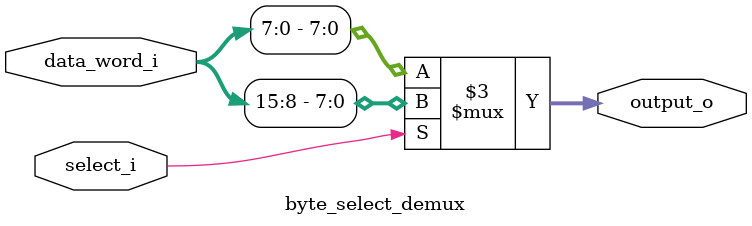
<source format=v>
module byte_select_demux (
  input [15:0] data_word_i,

  input select_i,

  output reg [7:0] output_o
);

always @(*) begin
  if (select_i)
    output_o = data_word_i[15:8];
  else begin
    output_o = data_word_i[7:0];
  end
end

endmodule

</source>
